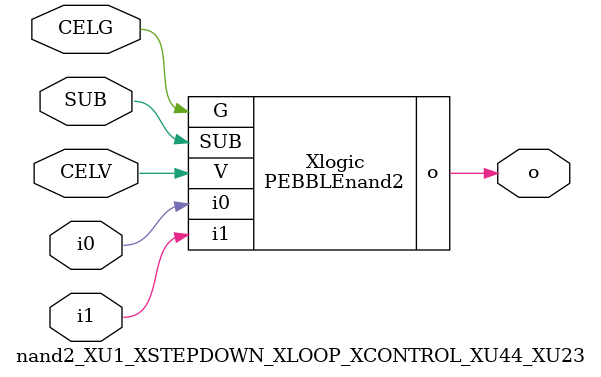
<source format=v>



module PEBBLEnand2 ( o, G, SUB, V, i0, i1 );

  input i0;
  input V;
  input i1;
  input G;
  output o;
  input SUB;
endmodule

//Celera Confidential Do Not Copy nand2_XU1_XSTEPDOWN_XLOOP_XCONTROL_XU44_XU23
//Celera Confidential Symbol Generator
//5V NAND2
module nand2_XU1_XSTEPDOWN_XLOOP_XCONTROL_XU44_XU23 (CELV,CELG,i0,i1,o,SUB);
input CELV;
input CELG;
input i0;
input i1;
input SUB;
output o;

//Celera Confidential Do Not Copy nand2
PEBBLEnand2 Xlogic(
.V (CELV),
.i0 (i0),
.i1 (i1),
.o (o),
.SUB (SUB),
.G (CELG)
);
//,diesize,PEBBLEnand2

//Celera Confidential Do Not Copy Module End
//Celera Schematic Generator
endmodule

</source>
